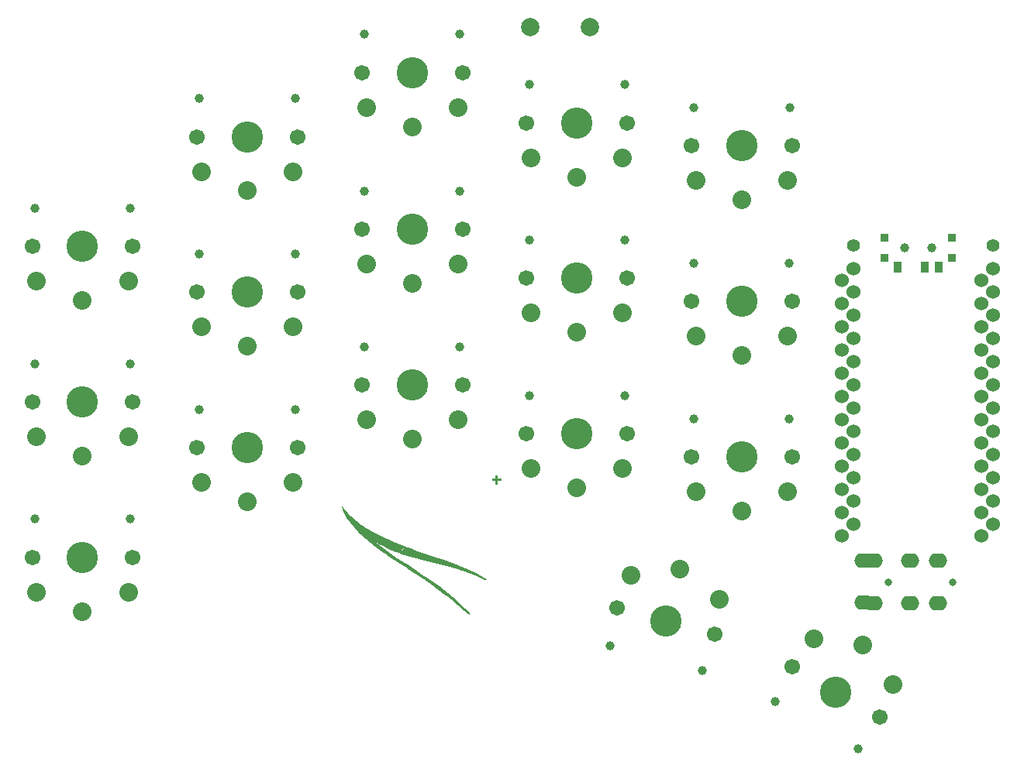
<source format=gbr>
%TF.GenerationSoftware,KiCad,Pcbnew,(6.0.4-0)*%
%TF.CreationDate,2022-12-22T20:07:12-07:00*%
%TF.ProjectId,half-swept,68616c66-2d73-4776-9570-742e6b696361,rev?*%
%TF.SameCoordinates,Original*%
%TF.FileFunction,Soldermask,Bot*%
%TF.FilePolarity,Negative*%
%FSLAX46Y46*%
G04 Gerber Fmt 4.6, Leading zero omitted, Abs format (unit mm)*
G04 Created by KiCad (PCBNEW (6.0.4-0)) date 2022-12-22 20:07:12*
%MOMM*%
%LPD*%
G01*
G04 APERTURE LIST*
%ADD10C,0.002000*%
%ADD11C,1.397000*%
%ADD12C,0.800000*%
%ADD13O,2.000000X1.600000*%
%ADD14C,2.000000*%
%ADD15C,0.990600*%
%ADD16C,1.701800*%
%ADD17C,3.429000*%
%ADD18C,2.032000*%
%ADD19C,1.524000*%
%ADD20C,1.000000*%
%ADD21R,0.900000X0.900000*%
%ADD22R,0.900000X1.250000*%
G04 APERTURE END LIST*
D10*
G36*
X55567873Y-74734369D02*
G01*
X55739193Y-74929784D01*
X55914981Y-75120888D01*
X56095153Y-75307609D01*
X56279623Y-75489876D01*
X56468306Y-75667618D01*
X56661118Y-75840764D01*
X56857973Y-76009244D01*
X57058786Y-76172985D01*
X57263473Y-76331918D01*
X57471948Y-76485970D01*
X57684125Y-76635071D01*
X57899921Y-76779151D01*
X58119250Y-76918137D01*
X58342027Y-77051958D01*
X58568166Y-77180545D01*
X58568167Y-77180545D01*
X58568167Y-77180546D01*
X59004951Y-77415185D01*
X59445657Y-77642127D01*
X59890181Y-77861324D01*
X60338422Y-78072728D01*
X60790278Y-78276294D01*
X61245645Y-78471974D01*
X61704422Y-78659720D01*
X62166506Y-78839485D01*
X62068605Y-78958546D01*
X61958555Y-79099891D01*
X61850986Y-79241981D01*
X61746393Y-79384566D01*
X61695368Y-79455968D01*
X61645273Y-79527400D01*
X61235278Y-79375928D01*
X60830217Y-79212485D01*
X60430349Y-79037197D01*
X60035930Y-78850191D01*
X59647218Y-78651594D01*
X59264471Y-78441534D01*
X58887946Y-78220136D01*
X58517901Y-77987527D01*
X58850892Y-78265335D01*
X59187485Y-78538676D01*
X59527634Y-78807518D01*
X59871295Y-79071826D01*
X60218422Y-79331565D01*
X60568970Y-79586700D01*
X60922893Y-79837199D01*
X61280147Y-80083026D01*
X61246868Y-80138588D01*
X61214332Y-80194150D01*
X61150501Y-80305275D01*
X60669905Y-79981037D01*
X60229710Y-79678874D01*
X59829140Y-79398540D01*
X59467420Y-79139786D01*
X59143776Y-78902363D01*
X58857432Y-78686025D01*
X58607612Y-78490523D01*
X58393542Y-78315609D01*
X58082646Y-78053743D01*
X57707196Y-77724843D01*
X57502531Y-77536321D01*
X57290447Y-77332320D01*
X57073851Y-77113264D01*
X56855652Y-76879582D01*
X56638754Y-76631700D01*
X56426066Y-76370042D01*
X56220493Y-76095037D01*
X56024943Y-75807110D01*
X55842323Y-75506688D01*
X55756769Y-75351925D01*
X55675539Y-75194197D01*
X55598993Y-75033559D01*
X55527498Y-74870063D01*
X55461414Y-74703763D01*
X55401106Y-74534713D01*
X55567873Y-74734369D01*
G37*
X55567873Y-74734369D02*
X55739193Y-74929784D01*
X55914981Y-75120888D01*
X56095153Y-75307609D01*
X56279623Y-75489876D01*
X56468306Y-75667618D01*
X56661118Y-75840764D01*
X56857973Y-76009244D01*
X57058786Y-76172985D01*
X57263473Y-76331918D01*
X57471948Y-76485970D01*
X57684125Y-76635071D01*
X57899921Y-76779151D01*
X58119250Y-76918137D01*
X58342027Y-77051958D01*
X58568166Y-77180545D01*
X58568167Y-77180545D01*
X58568167Y-77180546D01*
X59004951Y-77415185D01*
X59445657Y-77642127D01*
X59890181Y-77861324D01*
X60338422Y-78072728D01*
X60790278Y-78276294D01*
X61245645Y-78471974D01*
X61704422Y-78659720D01*
X62166506Y-78839485D01*
X62068605Y-78958546D01*
X61958555Y-79099891D01*
X61850986Y-79241981D01*
X61746393Y-79384566D01*
X61695368Y-79455968D01*
X61645273Y-79527400D01*
X61235278Y-79375928D01*
X60830217Y-79212485D01*
X60430349Y-79037197D01*
X60035930Y-78850191D01*
X59647218Y-78651594D01*
X59264471Y-78441534D01*
X58887946Y-78220136D01*
X58517901Y-77987527D01*
X58850892Y-78265335D01*
X59187485Y-78538676D01*
X59527634Y-78807518D01*
X59871295Y-79071826D01*
X60218422Y-79331565D01*
X60568970Y-79586700D01*
X60922893Y-79837199D01*
X61280147Y-80083026D01*
X61246868Y-80138588D01*
X61214332Y-80194150D01*
X61150501Y-80305275D01*
X60669905Y-79981037D01*
X60229710Y-79678874D01*
X59829140Y-79398540D01*
X59467420Y-79139786D01*
X59143776Y-78902363D01*
X58857432Y-78686025D01*
X58607612Y-78490523D01*
X58393542Y-78315609D01*
X58082646Y-78053743D01*
X57707196Y-77724843D01*
X57502531Y-77536321D01*
X57290447Y-77332320D01*
X57073851Y-77113264D01*
X56855652Y-76879582D01*
X56638754Y-76631700D01*
X56426066Y-76370042D01*
X56220493Y-76095037D01*
X56024943Y-75807110D01*
X55842323Y-75506688D01*
X55756769Y-75351925D01*
X55675539Y-75194197D01*
X55598993Y-75033559D01*
X55527498Y-74870063D01*
X55461414Y-74703763D01*
X55401106Y-74534713D01*
X55567873Y-74734369D01*
G36*
X61509961Y-80238426D02*
G01*
X61627080Y-80314866D01*
X61680694Y-80348885D01*
X61730805Y-80379896D01*
X61777257Y-80407744D01*
X61819895Y-80432275D01*
X62152878Y-80638330D01*
X62654656Y-80964997D01*
X63943838Y-81826629D01*
X66119374Y-83308296D01*
X66260975Y-83411439D01*
X66427299Y-83541728D01*
X66819156Y-83868550D01*
X67265025Y-84258377D01*
X67734987Y-84680821D01*
X68627501Y-85502022D01*
X69257333Y-86089066D01*
X69275854Y-86300732D01*
X68906207Y-85962854D01*
X68532079Y-85630050D01*
X68153520Y-85302363D01*
X67770584Y-84979838D01*
X67383324Y-84662518D01*
X66991793Y-84350447D01*
X66596042Y-84043668D01*
X66196124Y-83742226D01*
X65824533Y-83465200D01*
X65389381Y-83151246D01*
X64429351Y-82479159D01*
X63517942Y-81859164D01*
X62857063Y-81424462D01*
X62409586Y-81137430D01*
X61997828Y-80868506D01*
X61612860Y-80612976D01*
X61245750Y-80366128D01*
X61269562Y-80331733D01*
X61295856Y-80286134D01*
X61309374Y-80263412D01*
X61323141Y-80240783D01*
X61337156Y-80218278D01*
X61351418Y-80195928D01*
X61365929Y-80173764D01*
X61380688Y-80151817D01*
X61509961Y-80238426D01*
G37*
X61509961Y-80238426D02*
X61627080Y-80314866D01*
X61680694Y-80348885D01*
X61730805Y-80379896D01*
X61777257Y-80407744D01*
X61819895Y-80432275D01*
X62152878Y-80638330D01*
X62654656Y-80964997D01*
X63943838Y-81826629D01*
X66119374Y-83308296D01*
X66260975Y-83411439D01*
X66427299Y-83541728D01*
X66819156Y-83868550D01*
X67265025Y-84258377D01*
X67734987Y-84680821D01*
X68627501Y-85502022D01*
X69257333Y-86089066D01*
X69275854Y-86300732D01*
X68906207Y-85962854D01*
X68532079Y-85630050D01*
X68153520Y-85302363D01*
X67770584Y-84979838D01*
X67383324Y-84662518D01*
X66991793Y-84350447D01*
X66596042Y-84043668D01*
X66196124Y-83742226D01*
X65824533Y-83465200D01*
X65389381Y-83151246D01*
X64429351Y-82479159D01*
X63517942Y-81859164D01*
X62857063Y-81424462D01*
X62409586Y-81137430D01*
X61997828Y-80868506D01*
X61612860Y-80612976D01*
X61245750Y-80366128D01*
X61269562Y-80331733D01*
X61295856Y-80286134D01*
X61309374Y-80263412D01*
X61323141Y-80240783D01*
X61337156Y-80218278D01*
X61351418Y-80195928D01*
X61365929Y-80173764D01*
X61380688Y-80151817D01*
X61509961Y-80238426D01*
G36*
X72368833Y-71420567D02*
G01*
X72718083Y-71420567D01*
X72718083Y-71653400D01*
X72368833Y-71653400D01*
X72368833Y-72002650D01*
X72136000Y-72002650D01*
X72136000Y-71653400D01*
X71789396Y-71653400D01*
X71789396Y-71420567D01*
X72136000Y-71420567D01*
X72136000Y-71071317D01*
X72368833Y-71071317D01*
X72368833Y-71420567D01*
G37*
X72368833Y-71420567D02*
X72718083Y-71420567D01*
X72718083Y-71653400D01*
X72368833Y-71653400D01*
X72368833Y-72002650D01*
X72136000Y-72002650D01*
X72136000Y-71653400D01*
X71789396Y-71653400D01*
X71789396Y-71420567D01*
X72136000Y-71420567D01*
X72136000Y-71071317D01*
X72368833Y-71071317D01*
X72368833Y-71420567D01*
G36*
X62850117Y-79101545D02*
G01*
X63390859Y-79298205D01*
X63906797Y-79476509D01*
X64389000Y-79633233D01*
X65679753Y-80046314D01*
X66527195Y-80335516D01*
X67454198Y-80673707D01*
X68419400Y-81056299D01*
X68903400Y-81262811D01*
X69381439Y-81478702D01*
X69848347Y-81703399D01*
X70298954Y-81936328D01*
X70728090Y-82176915D01*
X71130583Y-82424588D01*
X70955958Y-82490733D01*
X70614488Y-82304909D01*
X70267741Y-82129730D01*
X69915968Y-81965302D01*
X69559421Y-81811728D01*
X69198351Y-81669111D01*
X68833010Y-81537557D01*
X68463649Y-81417167D01*
X68090520Y-81308048D01*
X67686193Y-81191945D01*
X67142899Y-81047473D01*
X65799891Y-80705788D01*
X64382468Y-80347732D01*
X63211605Y-80038045D01*
X62881330Y-79943333D01*
X62527987Y-79835970D01*
X62343828Y-79776692D01*
X62155297Y-79713228D01*
X61962859Y-79645238D01*
X61766980Y-79572379D01*
X62153271Y-79061734D01*
X62293500Y-78889754D01*
X62850117Y-79101545D01*
G37*
X62850117Y-79101545D02*
X63390859Y-79298205D01*
X63906797Y-79476509D01*
X64389000Y-79633233D01*
X65679753Y-80046314D01*
X66527195Y-80335516D01*
X67454198Y-80673707D01*
X68419400Y-81056299D01*
X68903400Y-81262811D01*
X69381439Y-81478702D01*
X69848347Y-81703399D01*
X70298954Y-81936328D01*
X70728090Y-82176915D01*
X71130583Y-82424588D01*
X70955958Y-82490733D01*
X70614488Y-82304909D01*
X70267741Y-82129730D01*
X69915968Y-81965302D01*
X69559421Y-81811728D01*
X69198351Y-81669111D01*
X68833010Y-81537557D01*
X68463649Y-81417167D01*
X68090520Y-81308048D01*
X67686193Y-81191945D01*
X67142899Y-81047473D01*
X65799891Y-80705788D01*
X64382468Y-80347732D01*
X63211605Y-80038045D01*
X62881330Y-79943333D01*
X62527987Y-79835970D01*
X62343828Y-79776692D01*
X62155297Y-79713228D01*
X61962859Y-79645238D01*
X61766980Y-79572379D01*
X62153271Y-79061734D01*
X62293500Y-78889754D01*
X62850117Y-79101545D01*
D11*
%TO.C,B+*%
X126492000Y-45974000D03*
%TD*%
%TO.C,B-*%
X111252000Y-45974000D03*
%TD*%
D12*
%TO.C,J2*%
X122098000Y-82750000D03*
X115098000Y-82750000D03*
D13*
X117498000Y-85050000D03*
X117478000Y-80420000D03*
X120478000Y-80420000D03*
X120498000Y-85050000D03*
X112398000Y-80450000D03*
X112378000Y-85020000D03*
X113498000Y-85050000D03*
X113478000Y-80420000D03*
%TD*%
D14*
%TO.C,RSW1*%
X82498000Y-22098000D03*
X75998000Y-22098000D03*
%TD*%
D15*
%TO.C,SW2*%
X21860000Y-41880000D03*
X32300000Y-41880000D03*
D16*
X21580000Y-46080000D03*
D17*
X27080000Y-46080000D03*
D16*
X32580000Y-46080000D03*
D18*
X27080000Y-51980000D03*
X32080000Y-49880000D03*
X22080000Y-49880000D03*
%TD*%
D16*
%TO.C,SW3*%
X39580000Y-34080000D03*
D15*
X50300000Y-29880000D03*
D16*
X50580000Y-34080000D03*
D15*
X39860000Y-29880000D03*
D17*
X45080000Y-34080000D03*
D18*
X45080000Y-39980000D03*
X50080000Y-37880000D03*
X40080000Y-37880000D03*
%TD*%
D16*
%TO.C,SW4*%
X57580000Y-27080000D03*
D15*
X68300000Y-22880000D03*
D16*
X68580000Y-27080000D03*
D17*
X63080000Y-27080000D03*
D15*
X57860000Y-22880000D03*
D18*
X63080000Y-32980000D03*
X58080000Y-30880000D03*
X68080000Y-30880000D03*
%TD*%
D15*
%TO.C,SW5*%
X75860000Y-28380000D03*
D16*
X75580000Y-32580000D03*
X86580000Y-32580000D03*
D17*
X81080000Y-32580000D03*
D15*
X86300000Y-28380000D03*
D18*
X81080000Y-38480000D03*
X76080000Y-36380000D03*
X86080000Y-36380000D03*
%TD*%
D15*
%TO.C,SW6*%
X104300000Y-30880000D03*
D17*
X99080000Y-35080000D03*
D15*
X93860000Y-30880000D03*
D16*
X93580000Y-35080000D03*
X104580000Y-35080000D03*
D18*
X99080000Y-40980000D03*
X94080000Y-38880000D03*
X104080000Y-38880000D03*
%TD*%
D16*
%TO.C,SW8*%
X32580000Y-63080000D03*
X21580000Y-63080000D03*
D15*
X32300000Y-58880000D03*
D17*
X27080000Y-63080000D03*
D15*
X21860000Y-58880000D03*
D18*
X27080000Y-68980000D03*
X22080000Y-66880000D03*
X32080000Y-66880000D03*
%TD*%
D16*
%TO.C,SW9*%
X39580000Y-51054000D03*
X50580000Y-51054000D03*
D17*
X45080000Y-51054000D03*
D15*
X50300000Y-46854000D03*
X39860000Y-46854000D03*
D18*
X45080000Y-56954000D03*
X40080000Y-54854000D03*
X50080000Y-54854000D03*
%TD*%
D17*
%TO.C,SW10*%
X63080000Y-44196000D03*
D16*
X68580000Y-44196000D03*
X57580000Y-44196000D03*
D15*
X57860000Y-39996000D03*
X68300000Y-39996000D03*
D18*
X63080000Y-50096000D03*
X58080000Y-47996000D03*
X68080000Y-47996000D03*
%TD*%
D15*
%TO.C,SW11*%
X86300000Y-45330000D03*
D17*
X81080000Y-49530000D03*
D16*
X86580000Y-49530000D03*
D15*
X75860000Y-45330000D03*
D16*
X75580000Y-49530000D03*
D18*
X81080000Y-55430000D03*
X76080000Y-53330000D03*
X86080000Y-53330000D03*
%TD*%
D15*
%TO.C,SW12*%
X104280000Y-47870000D03*
D16*
X93560000Y-52070000D03*
D15*
X93840000Y-47870000D03*
D17*
X99060000Y-52070000D03*
D16*
X104560000Y-52070000D03*
D18*
X99060000Y-57970000D03*
X94060000Y-55870000D03*
X104060000Y-55870000D03*
%TD*%
D16*
%TO.C,SW14*%
X21580000Y-80080000D03*
D17*
X27080000Y-80080000D03*
D15*
X21860000Y-75880000D03*
D16*
X32580000Y-80080000D03*
D15*
X32300000Y-75880000D03*
D18*
X27080000Y-85980000D03*
X32080000Y-83880000D03*
X22080000Y-83880000D03*
%TD*%
D16*
%TO.C,SW15*%
X39580000Y-68072000D03*
D17*
X45080000Y-68072000D03*
D15*
X39860000Y-63872000D03*
D16*
X50580000Y-68072000D03*
D15*
X50300000Y-63872000D03*
D18*
X45080000Y-73972000D03*
X50080000Y-71872000D03*
X40080000Y-71872000D03*
%TD*%
D15*
%TO.C,SW16*%
X68300000Y-57014000D03*
D17*
X63080000Y-61214000D03*
D16*
X68580000Y-61214000D03*
D15*
X57860000Y-57014000D03*
D16*
X57580000Y-61214000D03*
D18*
X63080000Y-67114000D03*
X58080000Y-65014000D03*
X68080000Y-65014000D03*
%TD*%
D15*
%TO.C,SW17*%
X75860000Y-62348000D03*
D16*
X75580000Y-66548000D03*
D15*
X86300000Y-62348000D03*
D16*
X86580000Y-66548000D03*
D17*
X81080000Y-66548000D03*
D18*
X81080000Y-72448000D03*
X86080000Y-70348000D03*
X76080000Y-70348000D03*
%TD*%
D15*
%TO.C,SW18*%
X93840000Y-64888000D03*
D16*
X104560000Y-69088000D03*
D17*
X99060000Y-69088000D03*
D15*
X104280000Y-64888000D03*
D16*
X93560000Y-69088000D03*
D18*
X99060000Y-74988000D03*
X94060000Y-72888000D03*
X104060000Y-72888000D03*
%TD*%
D15*
%TO.C,SW20*%
X111776653Y-101027307D03*
D16*
X114119140Y-97530000D03*
D17*
X109356000Y-94780000D03*
D16*
X104592860Y-92030000D03*
D15*
X102735347Y-95807307D03*
D18*
X112306000Y-89670450D03*
X106925873Y-88989103D03*
X115586127Y-93989103D03*
%TD*%
D17*
%TO.C,SW21*%
X90796000Y-87030000D03*
D16*
X85483408Y-85606495D03*
D15*
X94751093Y-92437924D03*
D16*
X96108592Y-88453505D03*
D15*
X84666827Y-89735853D03*
D18*
X92323032Y-81331038D03*
X96609142Y-84653577D03*
X86949883Y-82065387D03*
%TD*%
D19*
%TO.C,U1*%
X126528400Y-48514000D03*
X109982000Y-52324000D03*
X126528400Y-51054000D03*
X126528400Y-53594000D03*
X109982000Y-54864000D03*
X109982000Y-57404000D03*
X126528400Y-56134000D03*
X126528400Y-58674000D03*
X109982000Y-59944000D03*
X126528400Y-61214000D03*
X109982000Y-62484000D03*
X126528400Y-63754000D03*
X109982000Y-65024000D03*
X126528400Y-66294000D03*
X109982000Y-67564000D03*
X109982000Y-70104000D03*
X126528400Y-68834000D03*
X126528400Y-71374000D03*
X109982000Y-72644000D03*
X126528400Y-73914000D03*
X109982000Y-75184000D03*
X109982000Y-77724000D03*
X126528400Y-76454000D03*
X125222000Y-77724000D03*
X111308400Y-76454000D03*
X125222000Y-75184000D03*
X111308400Y-73914000D03*
X125222000Y-72644000D03*
X111308400Y-71374000D03*
X111308400Y-68834000D03*
X125222000Y-70104000D03*
X125222000Y-67564000D03*
X111308400Y-66294000D03*
X111308400Y-63754000D03*
X125222000Y-65024000D03*
X111308400Y-61214000D03*
X125222000Y-62484000D03*
X111308400Y-58674000D03*
X125222000Y-59944000D03*
X125222000Y-57404000D03*
X111308400Y-56134000D03*
X111308400Y-53594000D03*
X125222000Y-54864000D03*
X125222000Y-52324000D03*
X111308400Y-51054000D03*
X111308400Y-48514000D03*
X125222000Y-49784000D03*
X109982000Y-49784000D03*
%TD*%
D20*
%TO.C,POWER SW*%
X116864000Y-46228000D03*
X119864000Y-46228000D03*
D21*
X114664000Y-47328000D03*
X122064000Y-45128000D03*
X122064000Y-47328000D03*
X114664000Y-45128000D03*
D22*
X116114000Y-48303000D03*
X119114000Y-48303000D03*
X120614000Y-48303000D03*
%TD*%
M02*

</source>
